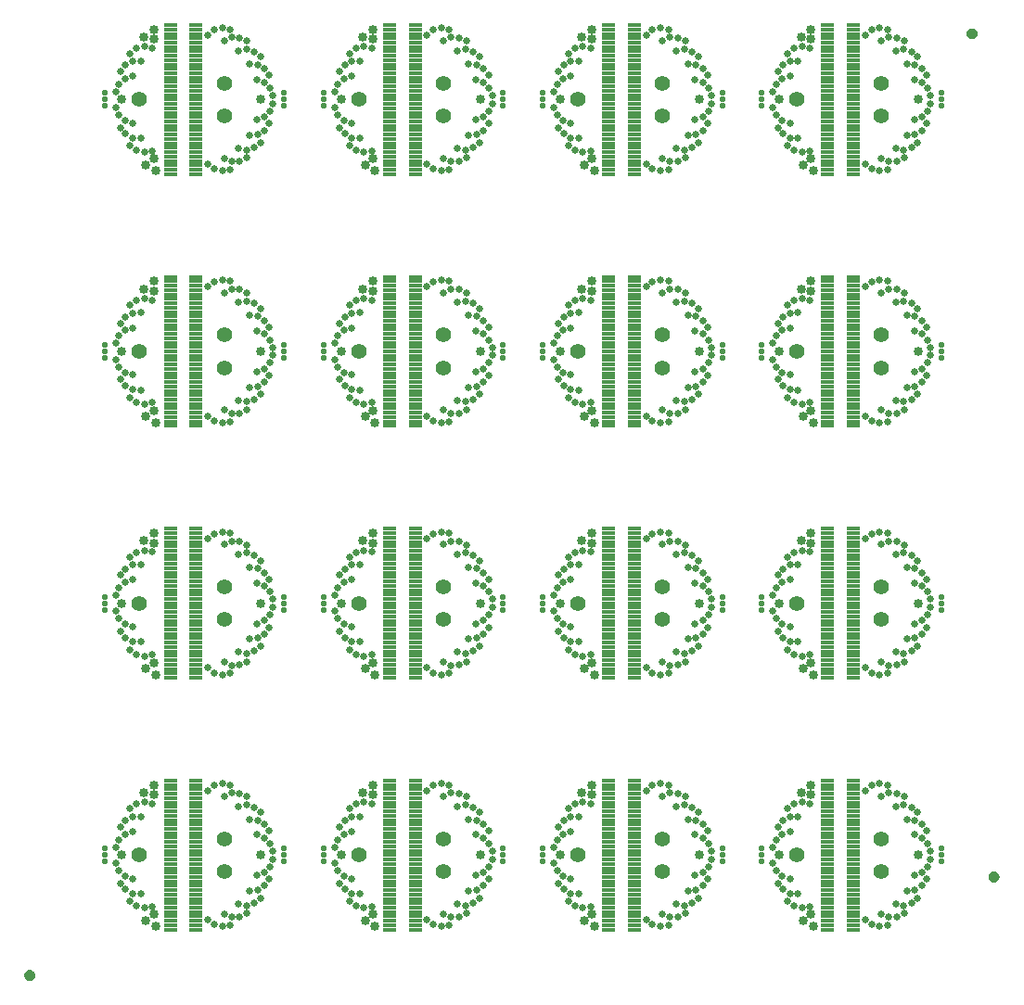
<source format=gbr>
G04 EAGLE Gerber RS-274X export*
G75*
%MOMM*%
%FSLAX34Y34*%
%LPD*%
%INSoldermask Top*%
%IPPOS*%
%AMOC8*
5,1,8,0,0,1.08239X$1,22.5*%
G01*
%ADD10C,0.551600*%
%ADD11C,1.401600*%
%ADD12C,0.500000*%
%ADD13C,0.851600*%
%ADD14R,1.241600X0.301600*%
%ADD15C,0.635000*%


D10*
X128000Y226000D03*
X128000Y220000D03*
X128000Y214000D03*
X292000Y214000D03*
X292000Y220000D03*
X292000Y226000D03*
D11*
X237500Y205000D03*
X237500Y235000D03*
X160000Y220000D03*
D10*
X328000Y226000D03*
X328000Y220000D03*
X328000Y214000D03*
X492000Y214000D03*
X492000Y220000D03*
X492000Y226000D03*
D11*
X437500Y205000D03*
X437500Y235000D03*
X360000Y220000D03*
D10*
X528000Y226000D03*
X528000Y220000D03*
X528000Y214000D03*
X692000Y214000D03*
X692000Y220000D03*
X692000Y226000D03*
D11*
X637500Y205000D03*
X637500Y235000D03*
X560000Y220000D03*
D10*
X728000Y226000D03*
X728000Y220000D03*
X728000Y214000D03*
X892000Y214000D03*
X892000Y220000D03*
X892000Y226000D03*
D11*
X837500Y205000D03*
X837500Y235000D03*
X760000Y220000D03*
D10*
X328000Y456000D03*
X328000Y450000D03*
X328000Y444000D03*
X492000Y444000D03*
X492000Y450000D03*
X492000Y456000D03*
D11*
X437500Y435000D03*
X437500Y465000D03*
X360000Y450000D03*
D10*
X528000Y456000D03*
X528000Y450000D03*
X528000Y444000D03*
X692000Y444000D03*
X692000Y450000D03*
X692000Y456000D03*
D11*
X637500Y435000D03*
X637500Y465000D03*
X560000Y450000D03*
D10*
X728000Y456000D03*
X728000Y450000D03*
X728000Y444000D03*
X892000Y444000D03*
X892000Y450000D03*
X892000Y456000D03*
D11*
X837500Y435000D03*
X837500Y465000D03*
X760000Y450000D03*
D10*
X328000Y686000D03*
X328000Y680000D03*
X328000Y674000D03*
X492000Y674000D03*
X492000Y680000D03*
X492000Y686000D03*
D11*
X437500Y665000D03*
X437500Y695000D03*
X360000Y680000D03*
D10*
X528000Y686000D03*
X528000Y680000D03*
X528000Y674000D03*
X692000Y674000D03*
X692000Y680000D03*
X692000Y686000D03*
D11*
X637500Y665000D03*
X637500Y695000D03*
X560000Y680000D03*
D10*
X728000Y686000D03*
X728000Y680000D03*
X728000Y674000D03*
X892000Y674000D03*
X892000Y680000D03*
X892000Y686000D03*
D11*
X837500Y665000D03*
X837500Y695000D03*
X760000Y680000D03*
D10*
X328000Y916000D03*
X328000Y910000D03*
X328000Y904000D03*
X492000Y904000D03*
X492000Y910000D03*
X492000Y916000D03*
D11*
X437500Y895000D03*
X437500Y925000D03*
X360000Y910000D03*
D10*
X528000Y916000D03*
X528000Y910000D03*
X528000Y904000D03*
X692000Y904000D03*
X692000Y910000D03*
X692000Y916000D03*
D11*
X637500Y895000D03*
X637500Y925000D03*
X560000Y910000D03*
D10*
X728000Y916000D03*
X728000Y910000D03*
X728000Y904000D03*
X892000Y904000D03*
X892000Y910000D03*
X892000Y916000D03*
D11*
X837500Y895000D03*
X837500Y925000D03*
X760000Y910000D03*
D10*
X128000Y456000D03*
X128000Y450000D03*
X128000Y444000D03*
X292000Y444000D03*
X292000Y450000D03*
X292000Y456000D03*
D11*
X237500Y435000D03*
X237500Y465000D03*
X160000Y450000D03*
D10*
X128000Y686000D03*
X128000Y680000D03*
X128000Y674000D03*
X292000Y674000D03*
X292000Y680000D03*
X292000Y686000D03*
D11*
X237500Y665000D03*
X237500Y695000D03*
X160000Y680000D03*
D10*
X128000Y916000D03*
X128000Y910000D03*
X128000Y904000D03*
X292000Y904000D03*
X292000Y910000D03*
X292000Y916000D03*
D11*
X237500Y895000D03*
X237500Y925000D03*
X160000Y910000D03*
D12*
X57500Y110000D02*
X57502Y110099D01*
X57508Y110199D01*
X57518Y110298D01*
X57532Y110396D01*
X57549Y110494D01*
X57571Y110591D01*
X57596Y110687D01*
X57625Y110782D01*
X57658Y110876D01*
X57695Y110968D01*
X57735Y111059D01*
X57779Y111148D01*
X57827Y111236D01*
X57878Y111321D01*
X57932Y111404D01*
X57989Y111486D01*
X58050Y111564D01*
X58114Y111641D01*
X58180Y111714D01*
X58250Y111785D01*
X58322Y111853D01*
X58397Y111919D01*
X58475Y111981D01*
X58555Y112040D01*
X58637Y112096D01*
X58721Y112148D01*
X58808Y112197D01*
X58896Y112243D01*
X58986Y112285D01*
X59078Y112324D01*
X59171Y112359D01*
X59265Y112390D01*
X59361Y112417D01*
X59458Y112440D01*
X59555Y112460D01*
X59653Y112476D01*
X59752Y112488D01*
X59851Y112496D01*
X59950Y112500D01*
X60050Y112500D01*
X60149Y112496D01*
X60248Y112488D01*
X60347Y112476D01*
X60445Y112460D01*
X60542Y112440D01*
X60639Y112417D01*
X60735Y112390D01*
X60829Y112359D01*
X60922Y112324D01*
X61014Y112285D01*
X61104Y112243D01*
X61192Y112197D01*
X61279Y112148D01*
X61363Y112096D01*
X61445Y112040D01*
X61525Y111981D01*
X61603Y111919D01*
X61678Y111853D01*
X61750Y111785D01*
X61820Y111714D01*
X61886Y111641D01*
X61950Y111564D01*
X62011Y111486D01*
X62068Y111404D01*
X62122Y111321D01*
X62173Y111236D01*
X62221Y111148D01*
X62265Y111059D01*
X62305Y110968D01*
X62342Y110876D01*
X62375Y110782D01*
X62404Y110687D01*
X62429Y110591D01*
X62451Y110494D01*
X62468Y110396D01*
X62482Y110298D01*
X62492Y110199D01*
X62498Y110099D01*
X62500Y110000D01*
X62498Y109901D01*
X62492Y109801D01*
X62482Y109702D01*
X62468Y109604D01*
X62451Y109506D01*
X62429Y109409D01*
X62404Y109313D01*
X62375Y109218D01*
X62342Y109124D01*
X62305Y109032D01*
X62265Y108941D01*
X62221Y108852D01*
X62173Y108764D01*
X62122Y108679D01*
X62068Y108596D01*
X62011Y108514D01*
X61950Y108436D01*
X61886Y108359D01*
X61820Y108286D01*
X61750Y108215D01*
X61678Y108147D01*
X61603Y108081D01*
X61525Y108019D01*
X61445Y107960D01*
X61363Y107904D01*
X61279Y107852D01*
X61192Y107803D01*
X61104Y107757D01*
X61014Y107715D01*
X60922Y107676D01*
X60829Y107641D01*
X60735Y107610D01*
X60639Y107583D01*
X60542Y107560D01*
X60445Y107540D01*
X60347Y107524D01*
X60248Y107512D01*
X60149Y107504D01*
X60050Y107500D01*
X59950Y107500D01*
X59851Y107504D01*
X59752Y107512D01*
X59653Y107524D01*
X59555Y107540D01*
X59458Y107560D01*
X59361Y107583D01*
X59265Y107610D01*
X59171Y107641D01*
X59078Y107676D01*
X58986Y107715D01*
X58896Y107757D01*
X58808Y107803D01*
X58721Y107852D01*
X58637Y107904D01*
X58555Y107960D01*
X58475Y108019D01*
X58397Y108081D01*
X58322Y108147D01*
X58250Y108215D01*
X58180Y108286D01*
X58114Y108359D01*
X58050Y108436D01*
X57989Y108514D01*
X57932Y108596D01*
X57878Y108679D01*
X57827Y108764D01*
X57779Y108852D01*
X57735Y108941D01*
X57695Y109032D01*
X57658Y109124D01*
X57625Y109218D01*
X57596Y109313D01*
X57571Y109409D01*
X57549Y109506D01*
X57532Y109604D01*
X57518Y109702D01*
X57508Y109801D01*
X57502Y109901D01*
X57500Y110000D01*
X937500Y200000D02*
X937502Y200099D01*
X937508Y200199D01*
X937518Y200298D01*
X937532Y200396D01*
X937549Y200494D01*
X937571Y200591D01*
X937596Y200687D01*
X937625Y200782D01*
X937658Y200876D01*
X937695Y200968D01*
X937735Y201059D01*
X937779Y201148D01*
X937827Y201236D01*
X937878Y201321D01*
X937932Y201404D01*
X937989Y201486D01*
X938050Y201564D01*
X938114Y201641D01*
X938180Y201714D01*
X938250Y201785D01*
X938322Y201853D01*
X938397Y201919D01*
X938475Y201981D01*
X938555Y202040D01*
X938637Y202096D01*
X938721Y202148D01*
X938808Y202197D01*
X938896Y202243D01*
X938986Y202285D01*
X939078Y202324D01*
X939171Y202359D01*
X939265Y202390D01*
X939361Y202417D01*
X939458Y202440D01*
X939555Y202460D01*
X939653Y202476D01*
X939752Y202488D01*
X939851Y202496D01*
X939950Y202500D01*
X940050Y202500D01*
X940149Y202496D01*
X940248Y202488D01*
X940347Y202476D01*
X940445Y202460D01*
X940542Y202440D01*
X940639Y202417D01*
X940735Y202390D01*
X940829Y202359D01*
X940922Y202324D01*
X941014Y202285D01*
X941104Y202243D01*
X941192Y202197D01*
X941279Y202148D01*
X941363Y202096D01*
X941445Y202040D01*
X941525Y201981D01*
X941603Y201919D01*
X941678Y201853D01*
X941750Y201785D01*
X941820Y201714D01*
X941886Y201641D01*
X941950Y201564D01*
X942011Y201486D01*
X942068Y201404D01*
X942122Y201321D01*
X942173Y201236D01*
X942221Y201148D01*
X942265Y201059D01*
X942305Y200968D01*
X942342Y200876D01*
X942375Y200782D01*
X942404Y200687D01*
X942429Y200591D01*
X942451Y200494D01*
X942468Y200396D01*
X942482Y200298D01*
X942492Y200199D01*
X942498Y200099D01*
X942500Y200000D01*
X942498Y199901D01*
X942492Y199801D01*
X942482Y199702D01*
X942468Y199604D01*
X942451Y199506D01*
X942429Y199409D01*
X942404Y199313D01*
X942375Y199218D01*
X942342Y199124D01*
X942305Y199032D01*
X942265Y198941D01*
X942221Y198852D01*
X942173Y198764D01*
X942122Y198679D01*
X942068Y198596D01*
X942011Y198514D01*
X941950Y198436D01*
X941886Y198359D01*
X941820Y198286D01*
X941750Y198215D01*
X941678Y198147D01*
X941603Y198081D01*
X941525Y198019D01*
X941445Y197960D01*
X941363Y197904D01*
X941279Y197852D01*
X941192Y197803D01*
X941104Y197757D01*
X941014Y197715D01*
X940922Y197676D01*
X940829Y197641D01*
X940735Y197610D01*
X940639Y197583D01*
X940542Y197560D01*
X940445Y197540D01*
X940347Y197524D01*
X940248Y197512D01*
X940149Y197504D01*
X940050Y197500D01*
X939950Y197500D01*
X939851Y197504D01*
X939752Y197512D01*
X939653Y197524D01*
X939555Y197540D01*
X939458Y197560D01*
X939361Y197583D01*
X939265Y197610D01*
X939171Y197641D01*
X939078Y197676D01*
X938986Y197715D01*
X938896Y197757D01*
X938808Y197803D01*
X938721Y197852D01*
X938637Y197904D01*
X938555Y197960D01*
X938475Y198019D01*
X938397Y198081D01*
X938322Y198147D01*
X938250Y198215D01*
X938180Y198286D01*
X938114Y198359D01*
X938050Y198436D01*
X937989Y198514D01*
X937932Y198596D01*
X937878Y198679D01*
X937827Y198764D01*
X937779Y198852D01*
X937735Y198941D01*
X937695Y199032D01*
X937658Y199124D01*
X937625Y199218D01*
X937596Y199313D01*
X937571Y199409D01*
X937549Y199506D01*
X937532Y199604D01*
X937518Y199702D01*
X937508Y199801D01*
X937502Y199901D01*
X937500Y200000D01*
X917500Y970000D02*
X917502Y970099D01*
X917508Y970199D01*
X917518Y970298D01*
X917532Y970396D01*
X917549Y970494D01*
X917571Y970591D01*
X917596Y970687D01*
X917625Y970782D01*
X917658Y970876D01*
X917695Y970968D01*
X917735Y971059D01*
X917779Y971148D01*
X917827Y971236D01*
X917878Y971321D01*
X917932Y971404D01*
X917989Y971486D01*
X918050Y971564D01*
X918114Y971641D01*
X918180Y971714D01*
X918250Y971785D01*
X918322Y971853D01*
X918397Y971919D01*
X918475Y971981D01*
X918555Y972040D01*
X918637Y972096D01*
X918721Y972148D01*
X918808Y972197D01*
X918896Y972243D01*
X918986Y972285D01*
X919078Y972324D01*
X919171Y972359D01*
X919265Y972390D01*
X919361Y972417D01*
X919458Y972440D01*
X919555Y972460D01*
X919653Y972476D01*
X919752Y972488D01*
X919851Y972496D01*
X919950Y972500D01*
X920050Y972500D01*
X920149Y972496D01*
X920248Y972488D01*
X920347Y972476D01*
X920445Y972460D01*
X920542Y972440D01*
X920639Y972417D01*
X920735Y972390D01*
X920829Y972359D01*
X920922Y972324D01*
X921014Y972285D01*
X921104Y972243D01*
X921192Y972197D01*
X921279Y972148D01*
X921363Y972096D01*
X921445Y972040D01*
X921525Y971981D01*
X921603Y971919D01*
X921678Y971853D01*
X921750Y971785D01*
X921820Y971714D01*
X921886Y971641D01*
X921950Y971564D01*
X922011Y971486D01*
X922068Y971404D01*
X922122Y971321D01*
X922173Y971236D01*
X922221Y971148D01*
X922265Y971059D01*
X922305Y970968D01*
X922342Y970876D01*
X922375Y970782D01*
X922404Y970687D01*
X922429Y970591D01*
X922451Y970494D01*
X922468Y970396D01*
X922482Y970298D01*
X922492Y970199D01*
X922498Y970099D01*
X922500Y970000D01*
X922498Y969901D01*
X922492Y969801D01*
X922482Y969702D01*
X922468Y969604D01*
X922451Y969506D01*
X922429Y969409D01*
X922404Y969313D01*
X922375Y969218D01*
X922342Y969124D01*
X922305Y969032D01*
X922265Y968941D01*
X922221Y968852D01*
X922173Y968764D01*
X922122Y968679D01*
X922068Y968596D01*
X922011Y968514D01*
X921950Y968436D01*
X921886Y968359D01*
X921820Y968286D01*
X921750Y968215D01*
X921678Y968147D01*
X921603Y968081D01*
X921525Y968019D01*
X921445Y967960D01*
X921363Y967904D01*
X921279Y967852D01*
X921192Y967803D01*
X921104Y967757D01*
X921014Y967715D01*
X920922Y967676D01*
X920829Y967641D01*
X920735Y967610D01*
X920639Y967583D01*
X920542Y967560D01*
X920445Y967540D01*
X920347Y967524D01*
X920248Y967512D01*
X920149Y967504D01*
X920050Y967500D01*
X919950Y967500D01*
X919851Y967504D01*
X919752Y967512D01*
X919653Y967524D01*
X919555Y967540D01*
X919458Y967560D01*
X919361Y967583D01*
X919265Y967610D01*
X919171Y967641D01*
X919078Y967676D01*
X918986Y967715D01*
X918896Y967757D01*
X918808Y967803D01*
X918721Y967852D01*
X918637Y967904D01*
X918555Y967960D01*
X918475Y968019D01*
X918397Y968081D01*
X918322Y968147D01*
X918250Y968215D01*
X918180Y968286D01*
X918114Y968359D01*
X918050Y968436D01*
X917989Y968514D01*
X917932Y968596D01*
X917878Y968679D01*
X917827Y968764D01*
X917779Y968852D01*
X917735Y968941D01*
X917695Y969032D01*
X917658Y969124D01*
X917625Y969218D01*
X917596Y969313D01*
X917571Y969409D01*
X917549Y969506D01*
X917532Y969604D01*
X917518Y969702D01*
X917508Y969801D01*
X917502Y969901D01*
X917500Y970000D01*
D13*
X166000Y160500D03*
X175100Y154900D03*
X173000Y165800D03*
X173000Y275000D03*
X144000Y220000D03*
X271000Y220000D03*
X173000Y284000D03*
X164000Y277000D03*
D14*
X211700Y288000D03*
X211700Y284000D03*
X211700Y280000D03*
X211700Y276000D03*
X211700Y272000D03*
X211700Y268000D03*
X211700Y264000D03*
X211700Y260000D03*
X211700Y256000D03*
X211700Y252000D03*
X211700Y248000D03*
X211700Y244000D03*
X211700Y240000D03*
X211700Y236000D03*
X211700Y232000D03*
X211700Y228000D03*
X211700Y224000D03*
X211700Y220000D03*
X211700Y216000D03*
X211700Y212000D03*
X211700Y208000D03*
X211700Y204000D03*
X211700Y200000D03*
X211700Y196000D03*
X211700Y192000D03*
X211700Y188000D03*
X211700Y184000D03*
X211700Y180000D03*
X211700Y176000D03*
X211700Y172000D03*
X211700Y168000D03*
X211700Y164000D03*
X211700Y160000D03*
X211700Y156000D03*
X211700Y152000D03*
X188300Y152000D03*
X188300Y156000D03*
X188300Y160000D03*
X188300Y164000D03*
X188300Y168000D03*
X188300Y172000D03*
X188300Y176000D03*
X188300Y180000D03*
X188300Y184000D03*
X188300Y188000D03*
X188300Y192000D03*
X188300Y196000D03*
X188300Y200000D03*
X188300Y204000D03*
X188300Y208000D03*
X188300Y212000D03*
X188300Y216000D03*
X188300Y220000D03*
X188300Y224000D03*
X188300Y228000D03*
X188300Y232000D03*
X188300Y236000D03*
X188300Y240000D03*
X188300Y244000D03*
X188300Y248000D03*
X188300Y252000D03*
X188300Y256000D03*
X188300Y260000D03*
X188300Y264000D03*
X188300Y268000D03*
X188300Y272000D03*
X188300Y276000D03*
X188300Y280000D03*
X188300Y284000D03*
X188300Y288000D03*
D15*
X146683Y200736D03*
X141346Y205898D03*
X153743Y198520D03*
X138369Y212622D03*
X153826Y185005D03*
X147335Y188609D03*
X161219Y184692D03*
X142719Y194334D03*
X164798Y171658D03*
X157595Y173460D03*
X172020Y173269D03*
X151654Y177795D03*
X228329Y156406D03*
X235565Y154741D03*
X222625Y161120D03*
X242826Y155907D03*
X244164Y163316D03*
X251584Y163581D03*
X237434Y166394D03*
X258296Y166587D03*
X257671Y174090D03*
X264769Y176267D03*
X250374Y175321D03*
X270475Y180907D03*
X267929Y187992D03*
X274222Y191932D03*
X260562Y187293D03*
X278532Y197891D03*
X274239Y204076D03*
X279298Y209510D03*
X267304Y201494D03*
X281919Y216381D03*
X146683Y239264D03*
X141346Y234102D03*
X153743Y241480D03*
X138369Y227378D03*
X153826Y254995D03*
X147335Y251391D03*
X161219Y255308D03*
X142719Y245666D03*
X164798Y268342D03*
X157595Y266540D03*
X172020Y266731D03*
X151654Y262205D03*
X228329Y283594D03*
X235565Y285259D03*
X222625Y278880D03*
X242826Y284093D03*
X244164Y276684D03*
X251584Y276419D03*
X237434Y273606D03*
X258296Y273413D03*
X257671Y265910D03*
X264769Y263733D03*
X250374Y264679D03*
X270475Y259093D03*
X267929Y252008D03*
X274222Y248068D03*
X260562Y252707D03*
X278532Y242109D03*
X274239Y235924D03*
X279298Y230490D03*
X267304Y238506D03*
X281919Y223619D03*
D13*
X366000Y160500D03*
X375100Y154900D03*
X373000Y165800D03*
X373000Y275000D03*
X344000Y220000D03*
X471000Y220000D03*
X373000Y284000D03*
X364000Y277000D03*
D14*
X411700Y288000D03*
X411700Y284000D03*
X411700Y280000D03*
X411700Y276000D03*
X411700Y272000D03*
X411700Y268000D03*
X411700Y264000D03*
X411700Y260000D03*
X411700Y256000D03*
X411700Y252000D03*
X411700Y248000D03*
X411700Y244000D03*
X411700Y240000D03*
X411700Y236000D03*
X411700Y232000D03*
X411700Y228000D03*
X411700Y224000D03*
X411700Y220000D03*
X411700Y216000D03*
X411700Y212000D03*
X411700Y208000D03*
X411700Y204000D03*
X411700Y200000D03*
X411700Y196000D03*
X411700Y192000D03*
X411700Y188000D03*
X411700Y184000D03*
X411700Y180000D03*
X411700Y176000D03*
X411700Y172000D03*
X411700Y168000D03*
X411700Y164000D03*
X411700Y160000D03*
X411700Y156000D03*
X411700Y152000D03*
X388300Y152000D03*
X388300Y156000D03*
X388300Y160000D03*
X388300Y164000D03*
X388300Y168000D03*
X388300Y172000D03*
X388300Y176000D03*
X388300Y180000D03*
X388300Y184000D03*
X388300Y188000D03*
X388300Y192000D03*
X388300Y196000D03*
X388300Y200000D03*
X388300Y204000D03*
X388300Y208000D03*
X388300Y212000D03*
X388300Y216000D03*
X388300Y220000D03*
X388300Y224000D03*
X388300Y228000D03*
X388300Y232000D03*
X388300Y236000D03*
X388300Y240000D03*
X388300Y244000D03*
X388300Y248000D03*
X388300Y252000D03*
X388300Y256000D03*
X388300Y260000D03*
X388300Y264000D03*
X388300Y268000D03*
X388300Y272000D03*
X388300Y276000D03*
X388300Y280000D03*
X388300Y284000D03*
X388300Y288000D03*
D15*
X346683Y200736D03*
X341346Y205898D03*
X353743Y198520D03*
X338369Y212622D03*
X353826Y185005D03*
X347335Y188609D03*
X361219Y184692D03*
X342719Y194334D03*
X364798Y171658D03*
X357595Y173460D03*
X372020Y173269D03*
X351654Y177795D03*
X428329Y156406D03*
X435565Y154741D03*
X422625Y161120D03*
X442826Y155907D03*
X444164Y163316D03*
X451584Y163581D03*
X437434Y166394D03*
X458296Y166587D03*
X457671Y174090D03*
X464769Y176267D03*
X450374Y175321D03*
X470475Y180907D03*
X467929Y187992D03*
X474222Y191932D03*
X460562Y187293D03*
X478532Y197891D03*
X474239Y204076D03*
X479298Y209510D03*
X467304Y201494D03*
X481919Y216381D03*
X346683Y239264D03*
X341346Y234102D03*
X353743Y241480D03*
X338369Y227378D03*
X353826Y254995D03*
X347335Y251391D03*
X361219Y255308D03*
X342719Y245666D03*
X364798Y268342D03*
X357595Y266540D03*
X372020Y266731D03*
X351654Y262205D03*
X428329Y283594D03*
X435565Y285259D03*
X422625Y278880D03*
X442826Y284093D03*
X444164Y276684D03*
X451584Y276419D03*
X437434Y273606D03*
X458296Y273413D03*
X457671Y265910D03*
X464769Y263733D03*
X450374Y264679D03*
X470475Y259093D03*
X467929Y252008D03*
X474222Y248068D03*
X460562Y252707D03*
X478532Y242109D03*
X474239Y235924D03*
X479298Y230490D03*
X467304Y238506D03*
X481919Y223619D03*
D13*
X566000Y160500D03*
X575100Y154900D03*
X573000Y165800D03*
X573000Y275000D03*
X544000Y220000D03*
X671000Y220000D03*
X573000Y284000D03*
X564000Y277000D03*
D14*
X611700Y288000D03*
X611700Y284000D03*
X611700Y280000D03*
X611700Y276000D03*
X611700Y272000D03*
X611700Y268000D03*
X611700Y264000D03*
X611700Y260000D03*
X611700Y256000D03*
X611700Y252000D03*
X611700Y248000D03*
X611700Y244000D03*
X611700Y240000D03*
X611700Y236000D03*
X611700Y232000D03*
X611700Y228000D03*
X611700Y224000D03*
X611700Y220000D03*
X611700Y216000D03*
X611700Y212000D03*
X611700Y208000D03*
X611700Y204000D03*
X611700Y200000D03*
X611700Y196000D03*
X611700Y192000D03*
X611700Y188000D03*
X611700Y184000D03*
X611700Y180000D03*
X611700Y176000D03*
X611700Y172000D03*
X611700Y168000D03*
X611700Y164000D03*
X611700Y160000D03*
X611700Y156000D03*
X611700Y152000D03*
X588300Y152000D03*
X588300Y156000D03*
X588300Y160000D03*
X588300Y164000D03*
X588300Y168000D03*
X588300Y172000D03*
X588300Y176000D03*
X588300Y180000D03*
X588300Y184000D03*
X588300Y188000D03*
X588300Y192000D03*
X588300Y196000D03*
X588300Y200000D03*
X588300Y204000D03*
X588300Y208000D03*
X588300Y212000D03*
X588300Y216000D03*
X588300Y220000D03*
X588300Y224000D03*
X588300Y228000D03*
X588300Y232000D03*
X588300Y236000D03*
X588300Y240000D03*
X588300Y244000D03*
X588300Y248000D03*
X588300Y252000D03*
X588300Y256000D03*
X588300Y260000D03*
X588300Y264000D03*
X588300Y268000D03*
X588300Y272000D03*
X588300Y276000D03*
X588300Y280000D03*
X588300Y284000D03*
X588300Y288000D03*
D15*
X546683Y200736D03*
X541346Y205898D03*
X553743Y198520D03*
X538369Y212622D03*
X553826Y185005D03*
X547335Y188609D03*
X561219Y184692D03*
X542719Y194334D03*
X564798Y171658D03*
X557595Y173460D03*
X572020Y173269D03*
X551654Y177795D03*
X628329Y156406D03*
X635565Y154741D03*
X622625Y161120D03*
X642826Y155907D03*
X644164Y163316D03*
X651584Y163581D03*
X637434Y166394D03*
X658296Y166587D03*
X657671Y174090D03*
X664769Y176267D03*
X650374Y175321D03*
X670475Y180907D03*
X667929Y187992D03*
X674222Y191932D03*
X660562Y187293D03*
X678532Y197891D03*
X674239Y204076D03*
X679298Y209510D03*
X667304Y201494D03*
X681919Y216381D03*
X546683Y239264D03*
X541346Y234102D03*
X553743Y241480D03*
X538369Y227378D03*
X553826Y254995D03*
X547335Y251391D03*
X561219Y255308D03*
X542719Y245666D03*
X564798Y268342D03*
X557595Y266540D03*
X572020Y266731D03*
X551654Y262205D03*
X628329Y283594D03*
X635565Y285259D03*
X622625Y278880D03*
X642826Y284093D03*
X644164Y276684D03*
X651584Y276419D03*
X637434Y273606D03*
X658296Y273413D03*
X657671Y265910D03*
X664769Y263733D03*
X650374Y264679D03*
X670475Y259093D03*
X667929Y252008D03*
X674222Y248068D03*
X660562Y252707D03*
X678532Y242109D03*
X674239Y235924D03*
X679298Y230490D03*
X667304Y238506D03*
X681919Y223619D03*
D13*
X766000Y160500D03*
X775100Y154900D03*
X773000Y165800D03*
X773000Y275000D03*
X744000Y220000D03*
X871000Y220000D03*
X773000Y284000D03*
X764000Y277000D03*
D14*
X811700Y288000D03*
X811700Y284000D03*
X811700Y280000D03*
X811700Y276000D03*
X811700Y272000D03*
X811700Y268000D03*
X811700Y264000D03*
X811700Y260000D03*
X811700Y256000D03*
X811700Y252000D03*
X811700Y248000D03*
X811700Y244000D03*
X811700Y240000D03*
X811700Y236000D03*
X811700Y232000D03*
X811700Y228000D03*
X811700Y224000D03*
X811700Y220000D03*
X811700Y216000D03*
X811700Y212000D03*
X811700Y208000D03*
X811700Y204000D03*
X811700Y200000D03*
X811700Y196000D03*
X811700Y192000D03*
X811700Y188000D03*
X811700Y184000D03*
X811700Y180000D03*
X811700Y176000D03*
X811700Y172000D03*
X811700Y168000D03*
X811700Y164000D03*
X811700Y160000D03*
X811700Y156000D03*
X811700Y152000D03*
X788300Y152000D03*
X788300Y156000D03*
X788300Y160000D03*
X788300Y164000D03*
X788300Y168000D03*
X788300Y172000D03*
X788300Y176000D03*
X788300Y180000D03*
X788300Y184000D03*
X788300Y188000D03*
X788300Y192000D03*
X788300Y196000D03*
X788300Y200000D03*
X788300Y204000D03*
X788300Y208000D03*
X788300Y212000D03*
X788300Y216000D03*
X788300Y220000D03*
X788300Y224000D03*
X788300Y228000D03*
X788300Y232000D03*
X788300Y236000D03*
X788300Y240000D03*
X788300Y244000D03*
X788300Y248000D03*
X788300Y252000D03*
X788300Y256000D03*
X788300Y260000D03*
X788300Y264000D03*
X788300Y268000D03*
X788300Y272000D03*
X788300Y276000D03*
X788300Y280000D03*
X788300Y284000D03*
X788300Y288000D03*
D15*
X746683Y200736D03*
X741346Y205898D03*
X753743Y198520D03*
X738369Y212622D03*
X753826Y185005D03*
X747335Y188609D03*
X761219Y184692D03*
X742719Y194334D03*
X764798Y171658D03*
X757595Y173460D03*
X772020Y173269D03*
X751654Y177795D03*
X828329Y156406D03*
X835565Y154741D03*
X822625Y161120D03*
X842826Y155907D03*
X844164Y163316D03*
X851584Y163581D03*
X837434Y166394D03*
X858296Y166587D03*
X857671Y174090D03*
X864769Y176267D03*
X850374Y175321D03*
X870475Y180907D03*
X867929Y187992D03*
X874222Y191932D03*
X860562Y187293D03*
X878532Y197891D03*
X874239Y204076D03*
X879298Y209510D03*
X867304Y201494D03*
X881919Y216381D03*
X746683Y239264D03*
X741346Y234102D03*
X753743Y241480D03*
X738369Y227378D03*
X753826Y254995D03*
X747335Y251391D03*
X761219Y255308D03*
X742719Y245666D03*
X764798Y268342D03*
X757595Y266540D03*
X772020Y266731D03*
X751654Y262205D03*
X828329Y283594D03*
X835565Y285259D03*
X822625Y278880D03*
X842826Y284093D03*
X844164Y276684D03*
X851584Y276419D03*
X837434Y273606D03*
X858296Y273413D03*
X857671Y265910D03*
X864769Y263733D03*
X850374Y264679D03*
X870475Y259093D03*
X867929Y252008D03*
X874222Y248068D03*
X860562Y252707D03*
X878532Y242109D03*
X874239Y235924D03*
X879298Y230490D03*
X867304Y238506D03*
X881919Y223619D03*
D13*
X366000Y390500D03*
X375100Y384900D03*
X373000Y395800D03*
X373000Y505000D03*
X344000Y450000D03*
X471000Y450000D03*
X373000Y514000D03*
X364000Y507000D03*
D14*
X411700Y518000D03*
X411700Y514000D03*
X411700Y510000D03*
X411700Y506000D03*
X411700Y502000D03*
X411700Y498000D03*
X411700Y494000D03*
X411700Y490000D03*
X411700Y486000D03*
X411700Y482000D03*
X411700Y478000D03*
X411700Y474000D03*
X411700Y470000D03*
X411700Y466000D03*
X411700Y462000D03*
X411700Y458000D03*
X411700Y454000D03*
X411700Y450000D03*
X411700Y446000D03*
X411700Y442000D03*
X411700Y438000D03*
X411700Y434000D03*
X411700Y430000D03*
X411700Y426000D03*
X411700Y422000D03*
X411700Y418000D03*
X411700Y414000D03*
X411700Y410000D03*
X411700Y406000D03*
X411700Y402000D03*
X411700Y398000D03*
X411700Y394000D03*
X411700Y390000D03*
X411700Y386000D03*
X411700Y382000D03*
X388300Y382000D03*
X388300Y386000D03*
X388300Y390000D03*
X388300Y394000D03*
X388300Y398000D03*
X388300Y402000D03*
X388300Y406000D03*
X388300Y410000D03*
X388300Y414000D03*
X388300Y418000D03*
X388300Y422000D03*
X388300Y426000D03*
X388300Y430000D03*
X388300Y434000D03*
X388300Y438000D03*
X388300Y442000D03*
X388300Y446000D03*
X388300Y450000D03*
X388300Y454000D03*
X388300Y458000D03*
X388300Y462000D03*
X388300Y466000D03*
X388300Y470000D03*
X388300Y474000D03*
X388300Y478000D03*
X388300Y482000D03*
X388300Y486000D03*
X388300Y490000D03*
X388300Y494000D03*
X388300Y498000D03*
X388300Y502000D03*
X388300Y506000D03*
X388300Y510000D03*
X388300Y514000D03*
X388300Y518000D03*
D15*
X346683Y430736D03*
X341346Y435898D03*
X353743Y428520D03*
X338369Y442622D03*
X353826Y415005D03*
X347335Y418609D03*
X361219Y414692D03*
X342719Y424334D03*
X364798Y401658D03*
X357595Y403460D03*
X372020Y403269D03*
X351654Y407795D03*
X428329Y386406D03*
X435565Y384741D03*
X422625Y391120D03*
X442826Y385907D03*
X444164Y393316D03*
X451584Y393581D03*
X437434Y396394D03*
X458296Y396587D03*
X457671Y404090D03*
X464769Y406267D03*
X450374Y405321D03*
X470475Y410907D03*
X467929Y417992D03*
X474222Y421932D03*
X460562Y417293D03*
X478532Y427891D03*
X474239Y434076D03*
X479298Y439510D03*
X467304Y431494D03*
X481919Y446381D03*
X346683Y469264D03*
X341346Y464102D03*
X353743Y471480D03*
X338369Y457378D03*
X353826Y484995D03*
X347335Y481391D03*
X361219Y485308D03*
X342719Y475666D03*
X364798Y498342D03*
X357595Y496540D03*
X372020Y496731D03*
X351654Y492205D03*
X428329Y513594D03*
X435565Y515259D03*
X422625Y508880D03*
X442826Y514093D03*
X444164Y506684D03*
X451584Y506419D03*
X437434Y503606D03*
X458296Y503413D03*
X457671Y495910D03*
X464769Y493733D03*
X450374Y494679D03*
X470475Y489093D03*
X467929Y482008D03*
X474222Y478068D03*
X460562Y482707D03*
X478532Y472109D03*
X474239Y465924D03*
X479298Y460490D03*
X467304Y468506D03*
X481919Y453619D03*
D13*
X566000Y390500D03*
X575100Y384900D03*
X573000Y395800D03*
X573000Y505000D03*
X544000Y450000D03*
X671000Y450000D03*
X573000Y514000D03*
X564000Y507000D03*
D14*
X611700Y518000D03*
X611700Y514000D03*
X611700Y510000D03*
X611700Y506000D03*
X611700Y502000D03*
X611700Y498000D03*
X611700Y494000D03*
X611700Y490000D03*
X611700Y486000D03*
X611700Y482000D03*
X611700Y478000D03*
X611700Y474000D03*
X611700Y470000D03*
X611700Y466000D03*
X611700Y462000D03*
X611700Y458000D03*
X611700Y454000D03*
X611700Y450000D03*
X611700Y446000D03*
X611700Y442000D03*
X611700Y438000D03*
X611700Y434000D03*
X611700Y430000D03*
X611700Y426000D03*
X611700Y422000D03*
X611700Y418000D03*
X611700Y414000D03*
X611700Y410000D03*
X611700Y406000D03*
X611700Y402000D03*
X611700Y398000D03*
X611700Y394000D03*
X611700Y390000D03*
X611700Y386000D03*
X611700Y382000D03*
X588300Y382000D03*
X588300Y386000D03*
X588300Y390000D03*
X588300Y394000D03*
X588300Y398000D03*
X588300Y402000D03*
X588300Y406000D03*
X588300Y410000D03*
X588300Y414000D03*
X588300Y418000D03*
X588300Y422000D03*
X588300Y426000D03*
X588300Y430000D03*
X588300Y434000D03*
X588300Y438000D03*
X588300Y442000D03*
X588300Y446000D03*
X588300Y450000D03*
X588300Y454000D03*
X588300Y458000D03*
X588300Y462000D03*
X588300Y466000D03*
X588300Y470000D03*
X588300Y474000D03*
X588300Y478000D03*
X588300Y482000D03*
X588300Y486000D03*
X588300Y490000D03*
X588300Y494000D03*
X588300Y498000D03*
X588300Y502000D03*
X588300Y506000D03*
X588300Y510000D03*
X588300Y514000D03*
X588300Y518000D03*
D15*
X546683Y430736D03*
X541346Y435898D03*
X553743Y428520D03*
X538369Y442622D03*
X553826Y415005D03*
X547335Y418609D03*
X561219Y414692D03*
X542719Y424334D03*
X564798Y401658D03*
X557595Y403460D03*
X572020Y403269D03*
X551654Y407795D03*
X628329Y386406D03*
X635565Y384741D03*
X622625Y391120D03*
X642826Y385907D03*
X644164Y393316D03*
X651584Y393581D03*
X637434Y396394D03*
X658296Y396587D03*
X657671Y404090D03*
X664769Y406267D03*
X650374Y405321D03*
X670475Y410907D03*
X667929Y417992D03*
X674222Y421932D03*
X660562Y417293D03*
X678532Y427891D03*
X674239Y434076D03*
X679298Y439510D03*
X667304Y431494D03*
X681919Y446381D03*
X546683Y469264D03*
X541346Y464102D03*
X553743Y471480D03*
X538369Y457378D03*
X553826Y484995D03*
X547335Y481391D03*
X561219Y485308D03*
X542719Y475666D03*
X564798Y498342D03*
X557595Y496540D03*
X572020Y496731D03*
X551654Y492205D03*
X628329Y513594D03*
X635565Y515259D03*
X622625Y508880D03*
X642826Y514093D03*
X644164Y506684D03*
X651584Y506419D03*
X637434Y503606D03*
X658296Y503413D03*
X657671Y495910D03*
X664769Y493733D03*
X650374Y494679D03*
X670475Y489093D03*
X667929Y482008D03*
X674222Y478068D03*
X660562Y482707D03*
X678532Y472109D03*
X674239Y465924D03*
X679298Y460490D03*
X667304Y468506D03*
X681919Y453619D03*
D13*
X766000Y390500D03*
X775100Y384900D03*
X773000Y395800D03*
X773000Y505000D03*
X744000Y450000D03*
X871000Y450000D03*
X773000Y514000D03*
X764000Y507000D03*
D14*
X811700Y518000D03*
X811700Y514000D03*
X811700Y510000D03*
X811700Y506000D03*
X811700Y502000D03*
X811700Y498000D03*
X811700Y494000D03*
X811700Y490000D03*
X811700Y486000D03*
X811700Y482000D03*
X811700Y478000D03*
X811700Y474000D03*
X811700Y470000D03*
X811700Y466000D03*
X811700Y462000D03*
X811700Y458000D03*
X811700Y454000D03*
X811700Y450000D03*
X811700Y446000D03*
X811700Y442000D03*
X811700Y438000D03*
X811700Y434000D03*
X811700Y430000D03*
X811700Y426000D03*
X811700Y422000D03*
X811700Y418000D03*
X811700Y414000D03*
X811700Y410000D03*
X811700Y406000D03*
X811700Y402000D03*
X811700Y398000D03*
X811700Y394000D03*
X811700Y390000D03*
X811700Y386000D03*
X811700Y382000D03*
X788300Y382000D03*
X788300Y386000D03*
X788300Y390000D03*
X788300Y394000D03*
X788300Y398000D03*
X788300Y402000D03*
X788300Y406000D03*
X788300Y410000D03*
X788300Y414000D03*
X788300Y418000D03*
X788300Y422000D03*
X788300Y426000D03*
X788300Y430000D03*
X788300Y434000D03*
X788300Y438000D03*
X788300Y442000D03*
X788300Y446000D03*
X788300Y450000D03*
X788300Y454000D03*
X788300Y458000D03*
X788300Y462000D03*
X788300Y466000D03*
X788300Y470000D03*
X788300Y474000D03*
X788300Y478000D03*
X788300Y482000D03*
X788300Y486000D03*
X788300Y490000D03*
X788300Y494000D03*
X788300Y498000D03*
X788300Y502000D03*
X788300Y506000D03*
X788300Y510000D03*
X788300Y514000D03*
X788300Y518000D03*
D15*
X746683Y430736D03*
X741346Y435898D03*
X753743Y428520D03*
X738369Y442622D03*
X753826Y415005D03*
X747335Y418609D03*
X761219Y414692D03*
X742719Y424334D03*
X764798Y401658D03*
X757595Y403460D03*
X772020Y403269D03*
X751654Y407795D03*
X828329Y386406D03*
X835565Y384741D03*
X822625Y391120D03*
X842826Y385907D03*
X844164Y393316D03*
X851584Y393581D03*
X837434Y396394D03*
X858296Y396587D03*
X857671Y404090D03*
X864769Y406267D03*
X850374Y405321D03*
X870475Y410907D03*
X867929Y417992D03*
X874222Y421932D03*
X860562Y417293D03*
X878532Y427891D03*
X874239Y434076D03*
X879298Y439510D03*
X867304Y431494D03*
X881919Y446381D03*
X746683Y469264D03*
X741346Y464102D03*
X753743Y471480D03*
X738369Y457378D03*
X753826Y484995D03*
X747335Y481391D03*
X761219Y485308D03*
X742719Y475666D03*
X764798Y498342D03*
X757595Y496540D03*
X772020Y496731D03*
X751654Y492205D03*
X828329Y513594D03*
X835565Y515259D03*
X822625Y508880D03*
X842826Y514093D03*
X844164Y506684D03*
X851584Y506419D03*
X837434Y503606D03*
X858296Y503413D03*
X857671Y495910D03*
X864769Y493733D03*
X850374Y494679D03*
X870475Y489093D03*
X867929Y482008D03*
X874222Y478068D03*
X860562Y482707D03*
X878532Y472109D03*
X874239Y465924D03*
X879298Y460490D03*
X867304Y468506D03*
X881919Y453619D03*
D13*
X366000Y620500D03*
X375100Y614900D03*
X373000Y625800D03*
X373000Y735000D03*
X344000Y680000D03*
X471000Y680000D03*
X373000Y744000D03*
X364000Y737000D03*
D14*
X411700Y748000D03*
X411700Y744000D03*
X411700Y740000D03*
X411700Y736000D03*
X411700Y732000D03*
X411700Y728000D03*
X411700Y724000D03*
X411700Y720000D03*
X411700Y716000D03*
X411700Y712000D03*
X411700Y708000D03*
X411700Y704000D03*
X411700Y700000D03*
X411700Y696000D03*
X411700Y692000D03*
X411700Y688000D03*
X411700Y684000D03*
X411700Y680000D03*
X411700Y676000D03*
X411700Y672000D03*
X411700Y668000D03*
X411700Y664000D03*
X411700Y660000D03*
X411700Y656000D03*
X411700Y652000D03*
X411700Y648000D03*
X411700Y644000D03*
X411700Y640000D03*
X411700Y636000D03*
X411700Y632000D03*
X411700Y628000D03*
X411700Y624000D03*
X411700Y620000D03*
X411700Y616000D03*
X411700Y612000D03*
X388300Y612000D03*
X388300Y616000D03*
X388300Y620000D03*
X388300Y624000D03*
X388300Y628000D03*
X388300Y632000D03*
X388300Y636000D03*
X388300Y640000D03*
X388300Y644000D03*
X388300Y648000D03*
X388300Y652000D03*
X388300Y656000D03*
X388300Y660000D03*
X388300Y664000D03*
X388300Y668000D03*
X388300Y672000D03*
X388300Y676000D03*
X388300Y680000D03*
X388300Y684000D03*
X388300Y688000D03*
X388300Y692000D03*
X388300Y696000D03*
X388300Y700000D03*
X388300Y704000D03*
X388300Y708000D03*
X388300Y712000D03*
X388300Y716000D03*
X388300Y720000D03*
X388300Y724000D03*
X388300Y728000D03*
X388300Y732000D03*
X388300Y736000D03*
X388300Y740000D03*
X388300Y744000D03*
X388300Y748000D03*
D15*
X346683Y660736D03*
X341346Y665898D03*
X353743Y658520D03*
X338369Y672622D03*
X353826Y645005D03*
X347335Y648609D03*
X361219Y644692D03*
X342719Y654334D03*
X364798Y631658D03*
X357595Y633460D03*
X372020Y633269D03*
X351654Y637795D03*
X428329Y616406D03*
X435565Y614741D03*
X422625Y621120D03*
X442826Y615907D03*
X444164Y623316D03*
X451584Y623581D03*
X437434Y626394D03*
X458296Y626587D03*
X457671Y634090D03*
X464769Y636267D03*
X450374Y635321D03*
X470475Y640907D03*
X467929Y647992D03*
X474222Y651932D03*
X460562Y647293D03*
X478532Y657891D03*
X474239Y664076D03*
X479298Y669510D03*
X467304Y661494D03*
X481919Y676381D03*
X346683Y699264D03*
X341346Y694102D03*
X353743Y701480D03*
X338369Y687378D03*
X353826Y714995D03*
X347335Y711391D03*
X361219Y715308D03*
X342719Y705666D03*
X364798Y728342D03*
X357595Y726540D03*
X372020Y726731D03*
X351654Y722205D03*
X428329Y743594D03*
X435565Y745259D03*
X422625Y738880D03*
X442826Y744093D03*
X444164Y736684D03*
X451584Y736419D03*
X437434Y733606D03*
X458296Y733413D03*
X457671Y725910D03*
X464769Y723733D03*
X450374Y724679D03*
X470475Y719093D03*
X467929Y712008D03*
X474222Y708068D03*
X460562Y712707D03*
X478532Y702109D03*
X474239Y695924D03*
X479298Y690490D03*
X467304Y698506D03*
X481919Y683619D03*
D13*
X566000Y620500D03*
X575100Y614900D03*
X573000Y625800D03*
X573000Y735000D03*
X544000Y680000D03*
X671000Y680000D03*
X573000Y744000D03*
X564000Y737000D03*
D14*
X611700Y748000D03*
X611700Y744000D03*
X611700Y740000D03*
X611700Y736000D03*
X611700Y732000D03*
X611700Y728000D03*
X611700Y724000D03*
X611700Y720000D03*
X611700Y716000D03*
X611700Y712000D03*
X611700Y708000D03*
X611700Y704000D03*
X611700Y700000D03*
X611700Y696000D03*
X611700Y692000D03*
X611700Y688000D03*
X611700Y684000D03*
X611700Y680000D03*
X611700Y676000D03*
X611700Y672000D03*
X611700Y668000D03*
X611700Y664000D03*
X611700Y660000D03*
X611700Y656000D03*
X611700Y652000D03*
X611700Y648000D03*
X611700Y644000D03*
X611700Y640000D03*
X611700Y636000D03*
X611700Y632000D03*
X611700Y628000D03*
X611700Y624000D03*
X611700Y620000D03*
X611700Y616000D03*
X611700Y612000D03*
X588300Y612000D03*
X588300Y616000D03*
X588300Y620000D03*
X588300Y624000D03*
X588300Y628000D03*
X588300Y632000D03*
X588300Y636000D03*
X588300Y640000D03*
X588300Y644000D03*
X588300Y648000D03*
X588300Y652000D03*
X588300Y656000D03*
X588300Y660000D03*
X588300Y664000D03*
X588300Y668000D03*
X588300Y672000D03*
X588300Y676000D03*
X588300Y680000D03*
X588300Y684000D03*
X588300Y688000D03*
X588300Y692000D03*
X588300Y696000D03*
X588300Y700000D03*
X588300Y704000D03*
X588300Y708000D03*
X588300Y712000D03*
X588300Y716000D03*
X588300Y720000D03*
X588300Y724000D03*
X588300Y728000D03*
X588300Y732000D03*
X588300Y736000D03*
X588300Y740000D03*
X588300Y744000D03*
X588300Y748000D03*
D15*
X546683Y660736D03*
X541346Y665898D03*
X553743Y658520D03*
X538369Y672622D03*
X553826Y645005D03*
X547335Y648609D03*
X561219Y644692D03*
X542719Y654334D03*
X564798Y631658D03*
X557595Y633460D03*
X572020Y633269D03*
X551654Y637795D03*
X628329Y616406D03*
X635565Y614741D03*
X622625Y621120D03*
X642826Y615907D03*
X644164Y623316D03*
X651584Y623581D03*
X637434Y626394D03*
X658296Y626587D03*
X657671Y634090D03*
X664769Y636267D03*
X650374Y635321D03*
X670475Y640907D03*
X667929Y647992D03*
X674222Y651932D03*
X660562Y647293D03*
X678532Y657891D03*
X674239Y664076D03*
X679298Y669510D03*
X667304Y661494D03*
X681919Y676381D03*
X546683Y699264D03*
X541346Y694102D03*
X553743Y701480D03*
X538369Y687378D03*
X553826Y714995D03*
X547335Y711391D03*
X561219Y715308D03*
X542719Y705666D03*
X564798Y728342D03*
X557595Y726540D03*
X572020Y726731D03*
X551654Y722205D03*
X628329Y743594D03*
X635565Y745259D03*
X622625Y738880D03*
X642826Y744093D03*
X644164Y736684D03*
X651584Y736419D03*
X637434Y733606D03*
X658296Y733413D03*
X657671Y725910D03*
X664769Y723733D03*
X650374Y724679D03*
X670475Y719093D03*
X667929Y712008D03*
X674222Y708068D03*
X660562Y712707D03*
X678532Y702109D03*
X674239Y695924D03*
X679298Y690490D03*
X667304Y698506D03*
X681919Y683619D03*
D13*
X766000Y620500D03*
X775100Y614900D03*
X773000Y625800D03*
X773000Y735000D03*
X744000Y680000D03*
X871000Y680000D03*
X773000Y744000D03*
X764000Y737000D03*
D14*
X811700Y748000D03*
X811700Y744000D03*
X811700Y740000D03*
X811700Y736000D03*
X811700Y732000D03*
X811700Y728000D03*
X811700Y724000D03*
X811700Y720000D03*
X811700Y716000D03*
X811700Y712000D03*
X811700Y708000D03*
X811700Y704000D03*
X811700Y700000D03*
X811700Y696000D03*
X811700Y692000D03*
X811700Y688000D03*
X811700Y684000D03*
X811700Y680000D03*
X811700Y676000D03*
X811700Y672000D03*
X811700Y668000D03*
X811700Y664000D03*
X811700Y660000D03*
X811700Y656000D03*
X811700Y652000D03*
X811700Y648000D03*
X811700Y644000D03*
X811700Y640000D03*
X811700Y636000D03*
X811700Y632000D03*
X811700Y628000D03*
X811700Y624000D03*
X811700Y620000D03*
X811700Y616000D03*
X811700Y612000D03*
X788300Y612000D03*
X788300Y616000D03*
X788300Y620000D03*
X788300Y624000D03*
X788300Y628000D03*
X788300Y632000D03*
X788300Y636000D03*
X788300Y640000D03*
X788300Y644000D03*
X788300Y648000D03*
X788300Y652000D03*
X788300Y656000D03*
X788300Y660000D03*
X788300Y664000D03*
X788300Y668000D03*
X788300Y672000D03*
X788300Y676000D03*
X788300Y680000D03*
X788300Y684000D03*
X788300Y688000D03*
X788300Y692000D03*
X788300Y696000D03*
X788300Y700000D03*
X788300Y704000D03*
X788300Y708000D03*
X788300Y712000D03*
X788300Y716000D03*
X788300Y720000D03*
X788300Y724000D03*
X788300Y728000D03*
X788300Y732000D03*
X788300Y736000D03*
X788300Y740000D03*
X788300Y744000D03*
X788300Y748000D03*
D15*
X746683Y660736D03*
X741346Y665898D03*
X753743Y658520D03*
X738369Y672622D03*
X753826Y645005D03*
X747335Y648609D03*
X761219Y644692D03*
X742719Y654334D03*
X764798Y631658D03*
X757595Y633460D03*
X772020Y633269D03*
X751654Y637795D03*
X828329Y616406D03*
X835565Y614741D03*
X822625Y621120D03*
X842826Y615907D03*
X844164Y623316D03*
X851584Y623581D03*
X837434Y626394D03*
X858296Y626587D03*
X857671Y634090D03*
X864769Y636267D03*
X850374Y635321D03*
X870475Y640907D03*
X867929Y647992D03*
X874222Y651932D03*
X860562Y647293D03*
X878532Y657891D03*
X874239Y664076D03*
X879298Y669510D03*
X867304Y661494D03*
X881919Y676381D03*
X746683Y699264D03*
X741346Y694102D03*
X753743Y701480D03*
X738369Y687378D03*
X753826Y714995D03*
X747335Y711391D03*
X761219Y715308D03*
X742719Y705666D03*
X764798Y728342D03*
X757595Y726540D03*
X772020Y726731D03*
X751654Y722205D03*
X828329Y743594D03*
X835565Y745259D03*
X822625Y738880D03*
X842826Y744093D03*
X844164Y736684D03*
X851584Y736419D03*
X837434Y733606D03*
X858296Y733413D03*
X857671Y725910D03*
X864769Y723733D03*
X850374Y724679D03*
X870475Y719093D03*
X867929Y712008D03*
X874222Y708068D03*
X860562Y712707D03*
X878532Y702109D03*
X874239Y695924D03*
X879298Y690490D03*
X867304Y698506D03*
X881919Y683619D03*
D13*
X366000Y850500D03*
X375100Y844900D03*
X373000Y855800D03*
X373000Y965000D03*
X344000Y910000D03*
X471000Y910000D03*
X373000Y974000D03*
X364000Y967000D03*
D14*
X411700Y978000D03*
X411700Y974000D03*
X411700Y970000D03*
X411700Y966000D03*
X411700Y962000D03*
X411700Y958000D03*
X411700Y954000D03*
X411700Y950000D03*
X411700Y946000D03*
X411700Y942000D03*
X411700Y938000D03*
X411700Y934000D03*
X411700Y930000D03*
X411700Y926000D03*
X411700Y922000D03*
X411700Y918000D03*
X411700Y914000D03*
X411700Y910000D03*
X411700Y906000D03*
X411700Y902000D03*
X411700Y898000D03*
X411700Y894000D03*
X411700Y890000D03*
X411700Y886000D03*
X411700Y882000D03*
X411700Y878000D03*
X411700Y874000D03*
X411700Y870000D03*
X411700Y866000D03*
X411700Y862000D03*
X411700Y858000D03*
X411700Y854000D03*
X411700Y850000D03*
X411700Y846000D03*
X411700Y842000D03*
X388300Y842000D03*
X388300Y846000D03*
X388300Y850000D03*
X388300Y854000D03*
X388300Y858000D03*
X388300Y862000D03*
X388300Y866000D03*
X388300Y870000D03*
X388300Y874000D03*
X388300Y878000D03*
X388300Y882000D03*
X388300Y886000D03*
X388300Y890000D03*
X388300Y894000D03*
X388300Y898000D03*
X388300Y902000D03*
X388300Y906000D03*
X388300Y910000D03*
X388300Y914000D03*
X388300Y918000D03*
X388300Y922000D03*
X388300Y926000D03*
X388300Y930000D03*
X388300Y934000D03*
X388300Y938000D03*
X388300Y942000D03*
X388300Y946000D03*
X388300Y950000D03*
X388300Y954000D03*
X388300Y958000D03*
X388300Y962000D03*
X388300Y966000D03*
X388300Y970000D03*
X388300Y974000D03*
X388300Y978000D03*
D15*
X346683Y890736D03*
X341346Y895898D03*
X353743Y888520D03*
X338369Y902622D03*
X353826Y875005D03*
X347335Y878609D03*
X361219Y874692D03*
X342719Y884334D03*
X364798Y861658D03*
X357595Y863460D03*
X372020Y863269D03*
X351654Y867795D03*
X428329Y846406D03*
X435565Y844741D03*
X422625Y851120D03*
X442826Y845907D03*
X444164Y853316D03*
X451584Y853581D03*
X437434Y856394D03*
X458296Y856587D03*
X457671Y864090D03*
X464769Y866267D03*
X450374Y865321D03*
X470475Y870907D03*
X467929Y877992D03*
X474222Y881932D03*
X460562Y877293D03*
X478532Y887891D03*
X474239Y894076D03*
X479298Y899510D03*
X467304Y891494D03*
X481919Y906381D03*
X346683Y929264D03*
X341346Y924102D03*
X353743Y931480D03*
X338369Y917378D03*
X353826Y944995D03*
X347335Y941391D03*
X361219Y945308D03*
X342719Y935666D03*
X364798Y958342D03*
X357595Y956540D03*
X372020Y956731D03*
X351654Y952205D03*
X428329Y973594D03*
X435565Y975259D03*
X422625Y968880D03*
X442826Y974093D03*
X444164Y966684D03*
X451584Y966419D03*
X437434Y963606D03*
X458296Y963413D03*
X457671Y955910D03*
X464769Y953733D03*
X450374Y954679D03*
X470475Y949093D03*
X467929Y942008D03*
X474222Y938068D03*
X460562Y942707D03*
X478532Y932109D03*
X474239Y925924D03*
X479298Y920490D03*
X467304Y928506D03*
X481919Y913619D03*
D13*
X566000Y850500D03*
X575100Y844900D03*
X573000Y855800D03*
X573000Y965000D03*
X544000Y910000D03*
X671000Y910000D03*
X573000Y974000D03*
X564000Y967000D03*
D14*
X611700Y978000D03*
X611700Y974000D03*
X611700Y970000D03*
X611700Y966000D03*
X611700Y962000D03*
X611700Y958000D03*
X611700Y954000D03*
X611700Y950000D03*
X611700Y946000D03*
X611700Y942000D03*
X611700Y938000D03*
X611700Y934000D03*
X611700Y930000D03*
X611700Y926000D03*
X611700Y922000D03*
X611700Y918000D03*
X611700Y914000D03*
X611700Y910000D03*
X611700Y906000D03*
X611700Y902000D03*
X611700Y898000D03*
X611700Y894000D03*
X611700Y890000D03*
X611700Y886000D03*
X611700Y882000D03*
X611700Y878000D03*
X611700Y874000D03*
X611700Y870000D03*
X611700Y866000D03*
X611700Y862000D03*
X611700Y858000D03*
X611700Y854000D03*
X611700Y850000D03*
X611700Y846000D03*
X611700Y842000D03*
X588300Y842000D03*
X588300Y846000D03*
X588300Y850000D03*
X588300Y854000D03*
X588300Y858000D03*
X588300Y862000D03*
X588300Y866000D03*
X588300Y870000D03*
X588300Y874000D03*
X588300Y878000D03*
X588300Y882000D03*
X588300Y886000D03*
X588300Y890000D03*
X588300Y894000D03*
X588300Y898000D03*
X588300Y902000D03*
X588300Y906000D03*
X588300Y910000D03*
X588300Y914000D03*
X588300Y918000D03*
X588300Y922000D03*
X588300Y926000D03*
X588300Y930000D03*
X588300Y934000D03*
X588300Y938000D03*
X588300Y942000D03*
X588300Y946000D03*
X588300Y950000D03*
X588300Y954000D03*
X588300Y958000D03*
X588300Y962000D03*
X588300Y966000D03*
X588300Y970000D03*
X588300Y974000D03*
X588300Y978000D03*
D15*
X546683Y890736D03*
X541346Y895898D03*
X553743Y888520D03*
X538369Y902622D03*
X553826Y875005D03*
X547335Y878609D03*
X561219Y874692D03*
X542719Y884334D03*
X564798Y861658D03*
X557595Y863460D03*
X572020Y863269D03*
X551654Y867795D03*
X628329Y846406D03*
X635565Y844741D03*
X622625Y851120D03*
X642826Y845907D03*
X644164Y853316D03*
X651584Y853581D03*
X637434Y856394D03*
X658296Y856587D03*
X657671Y864090D03*
X664769Y866267D03*
X650374Y865321D03*
X670475Y870907D03*
X667929Y877992D03*
X674222Y881932D03*
X660562Y877293D03*
X678532Y887891D03*
X674239Y894076D03*
X679298Y899510D03*
X667304Y891494D03*
X681919Y906381D03*
X546683Y929264D03*
X541346Y924102D03*
X553743Y931480D03*
X538369Y917378D03*
X553826Y944995D03*
X547335Y941391D03*
X561219Y945308D03*
X542719Y935666D03*
X564798Y958342D03*
X557595Y956540D03*
X572020Y956731D03*
X551654Y952205D03*
X628329Y973594D03*
X635565Y975259D03*
X622625Y968880D03*
X642826Y974093D03*
X644164Y966684D03*
X651584Y966419D03*
X637434Y963606D03*
X658296Y963413D03*
X657671Y955910D03*
X664769Y953733D03*
X650374Y954679D03*
X670475Y949093D03*
X667929Y942008D03*
X674222Y938068D03*
X660562Y942707D03*
X678532Y932109D03*
X674239Y925924D03*
X679298Y920490D03*
X667304Y928506D03*
X681919Y913619D03*
D13*
X766000Y850500D03*
X775100Y844900D03*
X773000Y855800D03*
X773000Y965000D03*
X744000Y910000D03*
X871000Y910000D03*
X773000Y974000D03*
X764000Y967000D03*
D14*
X811700Y978000D03*
X811700Y974000D03*
X811700Y970000D03*
X811700Y966000D03*
X811700Y962000D03*
X811700Y958000D03*
X811700Y954000D03*
X811700Y950000D03*
X811700Y946000D03*
X811700Y942000D03*
X811700Y938000D03*
X811700Y934000D03*
X811700Y930000D03*
X811700Y926000D03*
X811700Y922000D03*
X811700Y918000D03*
X811700Y914000D03*
X811700Y910000D03*
X811700Y906000D03*
X811700Y902000D03*
X811700Y898000D03*
X811700Y894000D03*
X811700Y890000D03*
X811700Y886000D03*
X811700Y882000D03*
X811700Y878000D03*
X811700Y874000D03*
X811700Y870000D03*
X811700Y866000D03*
X811700Y862000D03*
X811700Y858000D03*
X811700Y854000D03*
X811700Y850000D03*
X811700Y846000D03*
X811700Y842000D03*
X788300Y842000D03*
X788300Y846000D03*
X788300Y850000D03*
X788300Y854000D03*
X788300Y858000D03*
X788300Y862000D03*
X788300Y866000D03*
X788300Y870000D03*
X788300Y874000D03*
X788300Y878000D03*
X788300Y882000D03*
X788300Y886000D03*
X788300Y890000D03*
X788300Y894000D03*
X788300Y898000D03*
X788300Y902000D03*
X788300Y906000D03*
X788300Y910000D03*
X788300Y914000D03*
X788300Y918000D03*
X788300Y922000D03*
X788300Y926000D03*
X788300Y930000D03*
X788300Y934000D03*
X788300Y938000D03*
X788300Y942000D03*
X788300Y946000D03*
X788300Y950000D03*
X788300Y954000D03*
X788300Y958000D03*
X788300Y962000D03*
X788300Y966000D03*
X788300Y970000D03*
X788300Y974000D03*
X788300Y978000D03*
D15*
X746683Y890736D03*
X741346Y895898D03*
X753743Y888520D03*
X738369Y902622D03*
X753826Y875005D03*
X747335Y878609D03*
X761219Y874692D03*
X742719Y884334D03*
X764798Y861658D03*
X757595Y863460D03*
X772020Y863269D03*
X751654Y867795D03*
X828329Y846406D03*
X835565Y844741D03*
X822625Y851120D03*
X842826Y845907D03*
X844164Y853316D03*
X851584Y853581D03*
X837434Y856394D03*
X858296Y856587D03*
X857671Y864090D03*
X864769Y866267D03*
X850374Y865321D03*
X870475Y870907D03*
X867929Y877992D03*
X874222Y881932D03*
X860562Y877293D03*
X878532Y887891D03*
X874239Y894076D03*
X879298Y899510D03*
X867304Y891494D03*
X881919Y906381D03*
X746683Y929264D03*
X741346Y924102D03*
X753743Y931480D03*
X738369Y917378D03*
X753826Y944995D03*
X747335Y941391D03*
X761219Y945308D03*
X742719Y935666D03*
X764798Y958342D03*
X757595Y956540D03*
X772020Y956731D03*
X751654Y952205D03*
X828329Y973594D03*
X835565Y975259D03*
X822625Y968880D03*
X842826Y974093D03*
X844164Y966684D03*
X851584Y966419D03*
X837434Y963606D03*
X858296Y963413D03*
X857671Y955910D03*
X864769Y953733D03*
X850374Y954679D03*
X870475Y949093D03*
X867929Y942008D03*
X874222Y938068D03*
X860562Y942707D03*
X878532Y932109D03*
X874239Y925924D03*
X879298Y920490D03*
X867304Y928506D03*
X881919Y913619D03*
D13*
X166000Y390500D03*
X175100Y384900D03*
X173000Y395800D03*
X173000Y505000D03*
X144000Y450000D03*
X271000Y450000D03*
X173000Y514000D03*
X164000Y507000D03*
D14*
X211700Y518000D03*
X211700Y514000D03*
X211700Y510000D03*
X211700Y506000D03*
X211700Y502000D03*
X211700Y498000D03*
X211700Y494000D03*
X211700Y490000D03*
X211700Y486000D03*
X211700Y482000D03*
X211700Y478000D03*
X211700Y474000D03*
X211700Y470000D03*
X211700Y466000D03*
X211700Y462000D03*
X211700Y458000D03*
X211700Y454000D03*
X211700Y450000D03*
X211700Y446000D03*
X211700Y442000D03*
X211700Y438000D03*
X211700Y434000D03*
X211700Y430000D03*
X211700Y426000D03*
X211700Y422000D03*
X211700Y418000D03*
X211700Y414000D03*
X211700Y410000D03*
X211700Y406000D03*
X211700Y402000D03*
X211700Y398000D03*
X211700Y394000D03*
X211700Y390000D03*
X211700Y386000D03*
X211700Y382000D03*
X188300Y382000D03*
X188300Y386000D03*
X188300Y390000D03*
X188300Y394000D03*
X188300Y398000D03*
X188300Y402000D03*
X188300Y406000D03*
X188300Y410000D03*
X188300Y414000D03*
X188300Y418000D03*
X188300Y422000D03*
X188300Y426000D03*
X188300Y430000D03*
X188300Y434000D03*
X188300Y438000D03*
X188300Y442000D03*
X188300Y446000D03*
X188300Y450000D03*
X188300Y454000D03*
X188300Y458000D03*
X188300Y462000D03*
X188300Y466000D03*
X188300Y470000D03*
X188300Y474000D03*
X188300Y478000D03*
X188300Y482000D03*
X188300Y486000D03*
X188300Y490000D03*
X188300Y494000D03*
X188300Y498000D03*
X188300Y502000D03*
X188300Y506000D03*
X188300Y510000D03*
X188300Y514000D03*
X188300Y518000D03*
D15*
X146683Y430736D03*
X141346Y435898D03*
X153743Y428520D03*
X138369Y442622D03*
X153826Y415005D03*
X147335Y418609D03*
X161219Y414692D03*
X142719Y424334D03*
X164798Y401658D03*
X157595Y403460D03*
X172020Y403269D03*
X151654Y407795D03*
X228329Y386406D03*
X235565Y384741D03*
X222625Y391120D03*
X242826Y385907D03*
X244164Y393316D03*
X251584Y393581D03*
X237434Y396394D03*
X258296Y396587D03*
X257671Y404090D03*
X264769Y406267D03*
X250374Y405321D03*
X270475Y410907D03*
X267929Y417992D03*
X274222Y421932D03*
X260562Y417293D03*
X278532Y427891D03*
X274239Y434076D03*
X279298Y439510D03*
X267304Y431494D03*
X281919Y446381D03*
X146683Y469264D03*
X141346Y464102D03*
X153743Y471480D03*
X138369Y457378D03*
X153826Y484995D03*
X147335Y481391D03*
X161219Y485308D03*
X142719Y475666D03*
X164798Y498342D03*
X157595Y496540D03*
X172020Y496731D03*
X151654Y492205D03*
X228329Y513594D03*
X235565Y515259D03*
X222625Y508880D03*
X242826Y514093D03*
X244164Y506684D03*
X251584Y506419D03*
X237434Y503606D03*
X258296Y503413D03*
X257671Y495910D03*
X264769Y493733D03*
X250374Y494679D03*
X270475Y489093D03*
X267929Y482008D03*
X274222Y478068D03*
X260562Y482707D03*
X278532Y472109D03*
X274239Y465924D03*
X279298Y460490D03*
X267304Y468506D03*
X281919Y453619D03*
D13*
X166000Y620500D03*
X175100Y614900D03*
X173000Y625800D03*
X173000Y735000D03*
X144000Y680000D03*
X271000Y680000D03*
X173000Y744000D03*
X164000Y737000D03*
D14*
X211700Y748000D03*
X211700Y744000D03*
X211700Y740000D03*
X211700Y736000D03*
X211700Y732000D03*
X211700Y728000D03*
X211700Y724000D03*
X211700Y720000D03*
X211700Y716000D03*
X211700Y712000D03*
X211700Y708000D03*
X211700Y704000D03*
X211700Y700000D03*
X211700Y696000D03*
X211700Y692000D03*
X211700Y688000D03*
X211700Y684000D03*
X211700Y680000D03*
X211700Y676000D03*
X211700Y672000D03*
X211700Y668000D03*
X211700Y664000D03*
X211700Y660000D03*
X211700Y656000D03*
X211700Y652000D03*
X211700Y648000D03*
X211700Y644000D03*
X211700Y640000D03*
X211700Y636000D03*
X211700Y632000D03*
X211700Y628000D03*
X211700Y624000D03*
X211700Y620000D03*
X211700Y616000D03*
X211700Y612000D03*
X188300Y612000D03*
X188300Y616000D03*
X188300Y620000D03*
X188300Y624000D03*
X188300Y628000D03*
X188300Y632000D03*
X188300Y636000D03*
X188300Y640000D03*
X188300Y644000D03*
X188300Y648000D03*
X188300Y652000D03*
X188300Y656000D03*
X188300Y660000D03*
X188300Y664000D03*
X188300Y668000D03*
X188300Y672000D03*
X188300Y676000D03*
X188300Y680000D03*
X188300Y684000D03*
X188300Y688000D03*
X188300Y692000D03*
X188300Y696000D03*
X188300Y700000D03*
X188300Y704000D03*
X188300Y708000D03*
X188300Y712000D03*
X188300Y716000D03*
X188300Y720000D03*
X188300Y724000D03*
X188300Y728000D03*
X188300Y732000D03*
X188300Y736000D03*
X188300Y740000D03*
X188300Y744000D03*
X188300Y748000D03*
D15*
X146683Y660736D03*
X141346Y665898D03*
X153743Y658520D03*
X138369Y672622D03*
X153826Y645005D03*
X147335Y648609D03*
X161219Y644692D03*
X142719Y654334D03*
X164798Y631658D03*
X157595Y633460D03*
X172020Y633269D03*
X151654Y637795D03*
X228329Y616406D03*
X235565Y614741D03*
X222625Y621120D03*
X242826Y615907D03*
X244164Y623316D03*
X251584Y623581D03*
X237434Y626394D03*
X258296Y626587D03*
X257671Y634090D03*
X264769Y636267D03*
X250374Y635321D03*
X270475Y640907D03*
X267929Y647992D03*
X274222Y651932D03*
X260562Y647293D03*
X278532Y657891D03*
X274239Y664076D03*
X279298Y669510D03*
X267304Y661494D03*
X281919Y676381D03*
X146683Y699264D03*
X141346Y694102D03*
X153743Y701480D03*
X138369Y687378D03*
X153826Y714995D03*
X147335Y711391D03*
X161219Y715308D03*
X142719Y705666D03*
X164798Y728342D03*
X157595Y726540D03*
X172020Y726731D03*
X151654Y722205D03*
X228329Y743594D03*
X235565Y745259D03*
X222625Y738880D03*
X242826Y744093D03*
X244164Y736684D03*
X251584Y736419D03*
X237434Y733606D03*
X258296Y733413D03*
X257671Y725910D03*
X264769Y723733D03*
X250374Y724679D03*
X270475Y719093D03*
X267929Y712008D03*
X274222Y708068D03*
X260562Y712707D03*
X278532Y702109D03*
X274239Y695924D03*
X279298Y690490D03*
X267304Y698506D03*
X281919Y683619D03*
D13*
X166000Y850500D03*
X175100Y844900D03*
X173000Y855800D03*
X173000Y965000D03*
X144000Y910000D03*
X271000Y910000D03*
X173000Y974000D03*
X164000Y967000D03*
D14*
X211700Y978000D03*
X211700Y974000D03*
X211700Y970000D03*
X211700Y966000D03*
X211700Y962000D03*
X211700Y958000D03*
X211700Y954000D03*
X211700Y950000D03*
X211700Y946000D03*
X211700Y942000D03*
X211700Y938000D03*
X211700Y934000D03*
X211700Y930000D03*
X211700Y926000D03*
X211700Y922000D03*
X211700Y918000D03*
X211700Y914000D03*
X211700Y910000D03*
X211700Y906000D03*
X211700Y902000D03*
X211700Y898000D03*
X211700Y894000D03*
X211700Y890000D03*
X211700Y886000D03*
X211700Y882000D03*
X211700Y878000D03*
X211700Y874000D03*
X211700Y870000D03*
X211700Y866000D03*
X211700Y862000D03*
X211700Y858000D03*
X211700Y854000D03*
X211700Y850000D03*
X211700Y846000D03*
X211700Y842000D03*
X188300Y842000D03*
X188300Y846000D03*
X188300Y850000D03*
X188300Y854000D03*
X188300Y858000D03*
X188300Y862000D03*
X188300Y866000D03*
X188300Y870000D03*
X188300Y874000D03*
X188300Y878000D03*
X188300Y882000D03*
X188300Y886000D03*
X188300Y890000D03*
X188300Y894000D03*
X188300Y898000D03*
X188300Y902000D03*
X188300Y906000D03*
X188300Y910000D03*
X188300Y914000D03*
X188300Y918000D03*
X188300Y922000D03*
X188300Y926000D03*
X188300Y930000D03*
X188300Y934000D03*
X188300Y938000D03*
X188300Y942000D03*
X188300Y946000D03*
X188300Y950000D03*
X188300Y954000D03*
X188300Y958000D03*
X188300Y962000D03*
X188300Y966000D03*
X188300Y970000D03*
X188300Y974000D03*
X188300Y978000D03*
D15*
X146683Y890736D03*
X141346Y895898D03*
X153743Y888520D03*
X138369Y902622D03*
X153826Y875005D03*
X147335Y878609D03*
X161219Y874692D03*
X142719Y884334D03*
X164798Y861658D03*
X157595Y863460D03*
X172020Y863269D03*
X151654Y867795D03*
X228329Y846406D03*
X235565Y844741D03*
X222625Y851120D03*
X242826Y845907D03*
X244164Y853316D03*
X251584Y853581D03*
X237434Y856394D03*
X258296Y856587D03*
X257671Y864090D03*
X264769Y866267D03*
X250374Y865321D03*
X270475Y870907D03*
X267929Y877992D03*
X274222Y881932D03*
X260562Y877293D03*
X278532Y887891D03*
X274239Y894076D03*
X279298Y899510D03*
X267304Y891494D03*
X281919Y906381D03*
X146683Y929264D03*
X141346Y924102D03*
X153743Y931480D03*
X138369Y917378D03*
X153826Y944995D03*
X147335Y941391D03*
X161219Y945308D03*
X142719Y935666D03*
X164798Y958342D03*
X157595Y956540D03*
X172020Y956731D03*
X151654Y952205D03*
X228329Y973594D03*
X235565Y975259D03*
X222625Y968880D03*
X242826Y974093D03*
X244164Y966684D03*
X251584Y966419D03*
X237434Y963606D03*
X258296Y963413D03*
X257671Y955910D03*
X264769Y953733D03*
X250374Y954679D03*
X270475Y949093D03*
X267929Y942008D03*
X274222Y938068D03*
X260562Y942707D03*
X278532Y932109D03*
X274239Y925924D03*
X279298Y920490D03*
X267304Y928506D03*
X281919Y913619D03*
M02*

</source>
